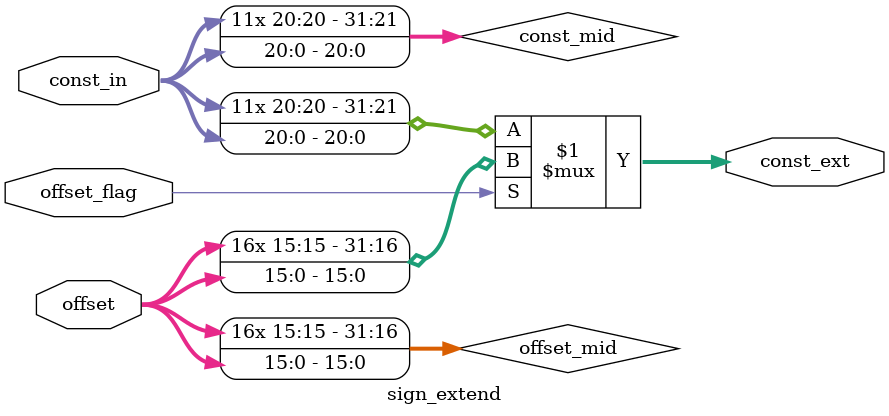
<source format=v>
`timescale 1ns / 1ps


module sign_extend(
    input [20:0] const_in ,
    output [31:0] const_ext,
    input [15:0] offset,
    input offset_flag
    
    );
    wire [31:0] const_mid,offset_mid;
    assign const_mid = {{11{const_in[20]}},const_in[20:0]};
    assign offset_mid = {{16{offset[15]}},offset[15:0]};
    assign const_ext = offset_flag ? offset_mid : const_mid;
endmodule


</source>
